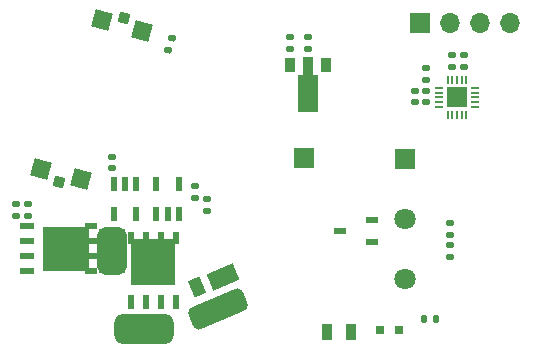
<source format=gbr>
%TF.GenerationSoftware,KiCad,Pcbnew,7.0.1*%
%TF.CreationDate,2024-02-21T00:56:43+02:00*%
%TF.ProjectId,PCBTRIGGERASSEMBLY,50434254-5249-4474-9745-52415353454d,rev?*%
%TF.SameCoordinates,Original*%
%TF.FileFunction,Soldermask,Top*%
%TF.FilePolarity,Negative*%
%FSLAX46Y46*%
G04 Gerber Fmt 4.6, Leading zero omitted, Abs format (unit mm)*
G04 Created by KiCad (PCBNEW 7.0.1) date 2024-02-21 00:56:43*
%MOMM*%
%LPD*%
G01*
G04 APERTURE LIST*
G04 Aperture macros list*
%AMRoundRect*
0 Rectangle with rounded corners*
0 $1 Rounding radius*
0 $2 $3 $4 $5 $6 $7 $8 $9 X,Y pos of 4 corners*
0 Add a 4 corners polygon primitive as box body*
4,1,4,$2,$3,$4,$5,$6,$7,$8,$9,$2,$3,0*
0 Add four circle primitives for the rounded corners*
1,1,$1+$1,$2,$3*
1,1,$1+$1,$4,$5*
1,1,$1+$1,$6,$7*
1,1,$1+$1,$8,$9*
0 Add four rect primitives between the rounded corners*
20,1,$1+$1,$2,$3,$4,$5,0*
20,1,$1+$1,$4,$5,$6,$7,0*
20,1,$1+$1,$6,$7,$8,$9,0*
20,1,$1+$1,$8,$9,$2,$3,0*%
%AMRotRect*
0 Rectangle, with rotation*
0 The origin of the aperture is its center*
0 $1 length*
0 $2 width*
0 $3 Rotation angle, in degrees counterclockwise*
0 Add horizontal line*
21,1,$1,$2,0,0,$3*%
%AMFreePoly0*
4,1,9,3.862500,-0.866500,0.737500,-0.866500,0.737500,-0.450000,-0.737500,-0.450000,-0.737500,0.450000,0.737500,0.450000,0.737500,0.866500,3.862500,0.866500,3.862500,-0.866500,3.862500,-0.866500,$1*%
G04 Aperture macros list end*
%ADD10RoundRect,0.135000X-0.185000X0.135000X-0.185000X-0.135000X0.185000X-0.135000X0.185000X0.135000X0*%
%ADD11R,0.600000X1.200000*%
%ADD12R,0.800000X0.800000*%
%ADD13RoundRect,0.500000X1.647809X1.238841X-2.036933X-0.317655X-1.647809X-1.238841X2.036933X0.317655X0*%
%ADD14RoundRect,0.625000X1.875000X0.625000X-1.875000X0.625000X-1.875000X-0.625000X1.875000X-0.625000X0*%
%ADD15RoundRect,0.140000X0.170000X-0.140000X0.170000X0.140000X-0.170000X0.140000X-0.170000X-0.140000X0*%
%ADD16RoundRect,0.140000X-0.170000X0.140000X-0.170000X-0.140000X0.170000X-0.140000X0.170000X0.140000X0*%
%ADD17RotRect,1.500000X2.400000X112.900000*%
%ADD18RotRect,1.050000X1.500000X22.900000*%
%ADD19R,1.000000X0.600000*%
%ADD20R,1.270000X0.610000*%
%ADD21R,1.020000X0.610000*%
%ADD22R,3.910000X3.810000*%
%ADD23R,1.700000X1.700000*%
%ADD24RotRect,1.500000X1.500000X75.000000*%
%ADD25RotRect,0.900000X0.900000X75.000000*%
%ADD26RoundRect,0.135000X0.185000X-0.135000X0.185000X0.135000X-0.185000X0.135000X-0.185000X-0.135000X0*%
%ADD27O,1.700000X1.700000*%
%ADD28R,0.610000X1.270000*%
%ADD29R,0.610000X1.020000*%
%ADD30R,3.810000X3.910000*%
%ADD31R,0.900000X1.400000*%
%ADD32R,0.900000X1.300000*%
%ADD33FreePoly0,270.000000*%
%ADD34RoundRect,0.135000X-0.135000X-0.185000X0.135000X-0.185000X0.135000X0.185000X-0.135000X0.185000X0*%
%ADD35RoundRect,0.625000X0.625000X-1.375000X0.625000X1.375000X-0.625000X1.375000X-0.625000X-1.375000X0*%
%ADD36R,1.800000X1.800000*%
%ADD37C,1.800000*%
%ADD38R,0.800000X0.200000*%
%ADD39R,0.200000X0.800000*%
%ADD40RotRect,1.500000X1.500000X255.000000*%
%ADD41RotRect,0.900000X0.900000X255.000000*%
%ADD42RoundRect,0.135000X0.143756X-0.178282X0.213637X0.082518X-0.143756X0.178282X-0.213637X-0.082518X0*%
G04 APERTURE END LIST*
D10*
%TO.C,R7*%
X92900000Y-102890000D03*
X92900000Y-103910000D03*
%TD*%
D11*
%TO.C,IC6*%
X104750000Y-103750000D03*
X105700000Y-103750000D03*
X106650000Y-103750000D03*
X106650000Y-101250000D03*
X104750000Y-101250000D03*
%TD*%
D12*
%TO.C,Q4*%
X125300000Y-113600000D03*
X123650000Y-113600000D03*
%TD*%
D13*
%TO.C,U2*%
X110000000Y-111800000D03*
%TD*%
D14*
%TO.C,U4*%
X103700000Y-113500000D03*
%TD*%
D15*
%TO.C,C2*%
X127600000Y-94300000D03*
X127600000Y-93340000D03*
%TD*%
D16*
%TO.C,C7*%
X116100000Y-88820000D03*
X116100000Y-89780000D03*
%TD*%
D17*
%TO.C,D2*%
X110383008Y-109069245D03*
D18*
X108195192Y-109993414D03*
%TD*%
D19*
%TO.C,IC2*%
X123000000Y-106150000D03*
X123000000Y-104250000D03*
X120300000Y-105200000D03*
%TD*%
D20*
%TO.C,Q8*%
X93767500Y-104795000D03*
X93767500Y-106065000D03*
X93767500Y-107335000D03*
X93767500Y-108605000D03*
D21*
X99232500Y-108605000D03*
X99232500Y-107335000D03*
X99232500Y-106065000D03*
X99232500Y-104795000D03*
D22*
X97127500Y-106700000D03*
%TD*%
D10*
%TO.C,R10*%
X108000000Y-101390000D03*
X108000000Y-102410000D03*
%TD*%
D16*
%TO.C,C1*%
X129646132Y-106423431D03*
X129646132Y-107383431D03*
%TD*%
D23*
%TO.C,J1*%
X117250000Y-99000000D03*
%TD*%
D24*
%TO.C,Q2*%
X98360370Y-100852933D03*
X94979630Y-99947067D03*
D25*
X96501768Y-101027852D03*
%TD*%
D10*
%TO.C,R4*%
X109000000Y-102490000D03*
X109000000Y-103510000D03*
%TD*%
D26*
%TO.C,R1*%
X129646132Y-105573112D03*
X129646132Y-104553112D03*
%TD*%
D23*
%TO.C,J4*%
X127100000Y-87600000D03*
D27*
X129640000Y-87600000D03*
X132180000Y-87600000D03*
X134720000Y-87600000D03*
%TD*%
D28*
%TO.C,Q3*%
X102595000Y-111232500D03*
X103865000Y-111232500D03*
X105135000Y-111232500D03*
X106405000Y-111232500D03*
D29*
X106405000Y-105767500D03*
X105135000Y-105767500D03*
X103865000Y-105767500D03*
X102595000Y-105767500D03*
D30*
X104500000Y-107872500D03*
%TD*%
D26*
%TO.C,R8*%
X93900000Y-103910000D03*
X93900000Y-102890000D03*
%TD*%
D15*
%TO.C,C3*%
X126650000Y-94300000D03*
X126650000Y-93340000D03*
%TD*%
D26*
%TO.C,R5*%
X127600000Y-92410000D03*
X127600000Y-91390000D03*
%TD*%
D10*
%TO.C,R11*%
X129800000Y-90290000D03*
X129800000Y-91310000D03*
%TD*%
D16*
%TO.C,C8*%
X117600000Y-88820000D03*
X117600000Y-89780000D03*
%TD*%
D26*
%TO.C,R2*%
X130800000Y-91310000D03*
X130800000Y-90290000D03*
%TD*%
D31*
%TO.C,LED2*%
X121225000Y-113800000D03*
X119225000Y-113800000D03*
%TD*%
D11*
%TO.C,IC5*%
X103050000Y-101250000D03*
X102100000Y-101250000D03*
X101150000Y-101250000D03*
X101150000Y-103750000D03*
X103050000Y-103750000D03*
%TD*%
D32*
%TO.C,U1*%
X119100000Y-91150000D03*
D33*
X117600000Y-91237500D03*
D32*
X116100000Y-91150000D03*
%TD*%
D15*
%TO.C,C4*%
X101000000Y-99880000D03*
X101000000Y-98920000D03*
%TD*%
D34*
%TO.C,R3*%
X127390000Y-112700000D03*
X128410000Y-112700000D03*
%TD*%
D35*
%TO.C,U3*%
X101000000Y-106900000D03*
%TD*%
D36*
%TO.C,S1*%
X125800000Y-99120000D03*
D37*
X125800000Y-104200000D03*
X125800000Y-109280000D03*
%TD*%
D38*
%TO.C,IC3*%
X128700000Y-93100000D03*
X128700000Y-93500000D03*
X128700000Y-93900000D03*
X128700000Y-94300000D03*
X128700000Y-94700000D03*
D39*
X129400000Y-95400000D03*
X129800000Y-95400000D03*
X130200000Y-95400000D03*
X130600000Y-95400000D03*
X131000000Y-95400000D03*
D38*
X131700000Y-94700000D03*
X131700000Y-94300000D03*
X131700000Y-93900000D03*
X131700000Y-93500000D03*
X131700000Y-93100000D03*
D39*
X131000000Y-92400000D03*
X130600000Y-92400000D03*
X130200000Y-92400000D03*
X129800000Y-92400000D03*
X129400000Y-92400000D03*
D36*
X130200000Y-93900000D03*
%TD*%
D40*
%TO.C,LED4*%
X100141398Y-87374919D03*
X103522138Y-88280785D03*
D41*
X102000000Y-87200000D03*
%TD*%
D42*
%TO.C,R6*%
X105768002Y-89892622D03*
X106031998Y-88907378D03*
%TD*%
M02*

</source>
